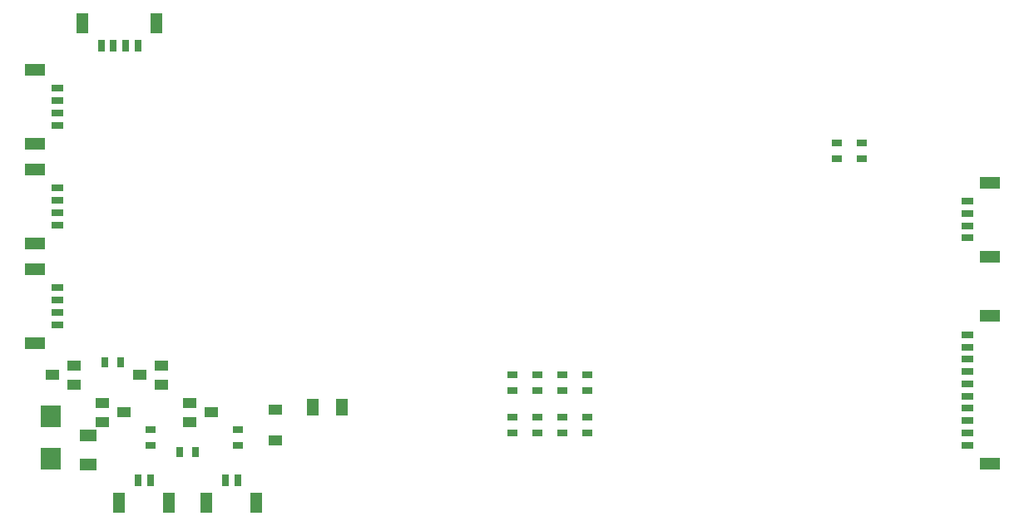
<source format=gbr>
G04 EAGLE Gerber RS-274X export*
G75*
%MOMM*%
%FSLAX34Y34*%
%LPD*%
%INSolderpaste Top*%
%IPPOS*%
%AMOC8*
5,1,8,0,0,1.08239X$1,22.5*%
G01*
G04 Define Apertures*
%ADD10R,0.973900X0.798700*%
%ADD11R,2.123900X2.284100*%
%ADD12R,1.361200X1.114600*%
%ADD13R,1.400000X1.000000*%
%ADD14R,0.798700X0.973900*%
%ADD15R,1.164600X1.815300*%
%ADD16R,1.815300X1.164600*%
%ADD17R,0.800000X1.200000*%
%ADD18R,1.300000X2.150000*%
%ADD19R,1.200000X0.800000*%
%ADD20R,2.150000X1.300000*%
D10*
X508000Y109752D03*
X508000Y93448D03*
X533400Y109752D03*
X533400Y93448D03*
X558800Y109752D03*
X558800Y93448D03*
X584200Y109752D03*
X584200Y93448D03*
D11*
X38100Y110541D03*
X38100Y67259D03*
D12*
X266700Y117604D03*
X266700Y85596D03*
D13*
X39800Y152400D03*
X61800Y161900D03*
X61800Y142900D03*
X128700Y152400D03*
X150700Y161900D03*
X150700Y142900D03*
X112600Y114300D03*
X90600Y104800D03*
X90600Y123800D03*
X201500Y114300D03*
X179500Y104800D03*
X179500Y123800D03*
D14*
X185952Y73660D03*
X169648Y73660D03*
X109752Y165100D03*
X93448Y165100D03*
D15*
X334794Y119380D03*
X305286Y119380D03*
D16*
X76200Y90954D03*
X76200Y61446D03*
D10*
X139700Y80748D03*
X139700Y97052D03*
X228600Y80748D03*
X228600Y97052D03*
D17*
X215900Y45130D03*
X228400Y45130D03*
D18*
X196900Y22180D03*
X247400Y22180D03*
D19*
X970870Y81035D03*
X970870Y93535D03*
X970870Y106035D03*
X970870Y118535D03*
X970870Y131035D03*
X970870Y143535D03*
X970870Y156035D03*
X970870Y168535D03*
X970870Y181035D03*
X970870Y193535D03*
D20*
X993820Y62035D03*
X993820Y212535D03*
D17*
X127000Y45130D03*
X139500Y45130D03*
D18*
X108000Y22180D03*
X158500Y22180D03*
D19*
X45130Y241300D03*
X45130Y228800D03*
X45130Y216300D03*
X45130Y203800D03*
D20*
X22180Y260300D03*
X22180Y184800D03*
D19*
X45130Y342900D03*
X45130Y330400D03*
X45130Y317900D03*
X45130Y305400D03*
D20*
X22180Y361900D03*
X22180Y286400D03*
D19*
X45130Y444500D03*
X45130Y432000D03*
X45130Y419500D03*
X45130Y407000D03*
D20*
X22180Y463500D03*
X22180Y388000D03*
D17*
X127000Y488270D03*
X114500Y488270D03*
X102000Y488270D03*
X89500Y488270D03*
D18*
X146000Y511220D03*
X70500Y511220D03*
D10*
X508000Y152932D03*
X508000Y136628D03*
X533400Y152932D03*
X533400Y136628D03*
X558800Y152932D03*
X558800Y136628D03*
X584200Y152932D03*
X584200Y136628D03*
D19*
X970870Y292100D03*
X970870Y304600D03*
X970870Y317100D03*
X970870Y329600D03*
D20*
X993820Y273100D03*
X993820Y348600D03*
D10*
X838615Y389152D03*
X838615Y372848D03*
X863600Y389152D03*
X863600Y372848D03*
M02*

</source>
